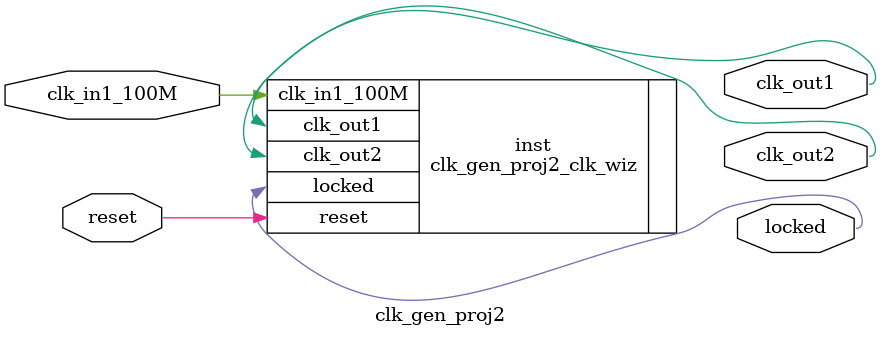
<source format=v>


`timescale 1ps/1ps

(* CORE_GENERATION_INFO = "clk_gen_proj2,clk_wiz_v6_0_6_0_0,{component_name=clk_gen_proj2,use_phase_alignment=true,use_min_o_jitter=false,use_max_i_jitter=false,use_dyn_phase_shift=false,use_inclk_switchover=false,use_dyn_reconfig=false,enable_axi=0,feedback_source=FDBK_AUTO,PRIMITIVE=PLL,num_out_clk=2,clkin1_period=10.000,clkin2_period=10.000,use_power_down=false,use_reset=true,use_locked=true,use_inclk_stopped=false,feedback_type=SINGLE,CLOCK_MGR_TYPE=NA,manual_override=false}" *)

module clk_gen_proj2 
 (
  // Clock out ports
  output        clk_out1,
  output        clk_out2,
  // Status and control signals
  input         reset,
  output        locked,
 // Clock in ports
  input         clk_in1_100M
 );

  clk_gen_proj2_clk_wiz inst
  (
  // Clock out ports  
  .clk_out1(clk_out1),
  .clk_out2(clk_out2),
  // Status and control signals               
  .reset(reset), 
  .locked(locked),
 // Clock in ports
  .clk_in1_100M(clk_in1_100M)
  );

endmodule

</source>
